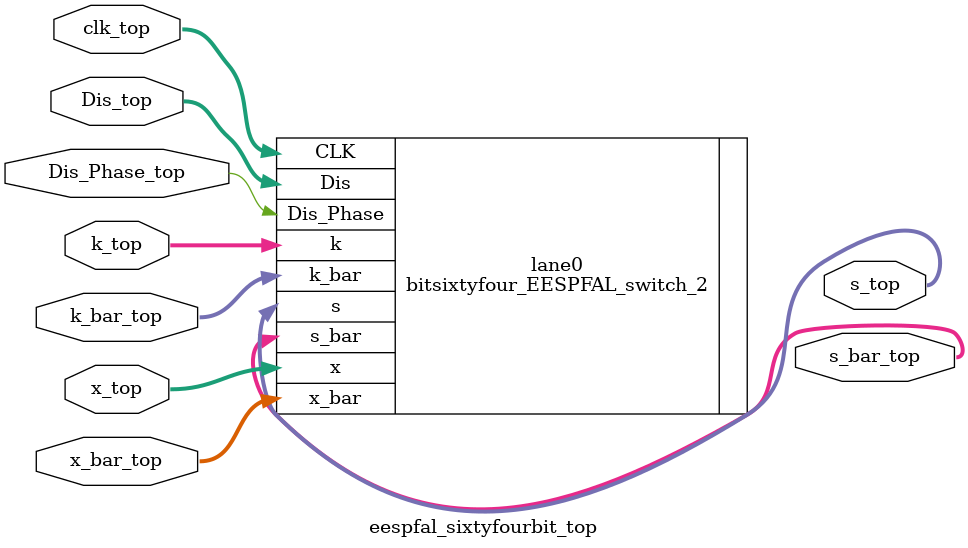
<source format=v>
module eespfal_sixtyfourbit_top(
`ifdef USE_POWER_PINS	
	inout vdda1,
	inout GND_GPIO,
`endif
	input [bits-1:0] clk_top,
	input [bits-1:0] Dis_top,
	input [BIT_SIZE-1:0] x_top,
	input [BIT_SIZE-1:0] x_bar_top,
	input [BIT_SIZE-1:0] k_top,
	input [BIT_SIZE-1:0] k_bar_top,

	output [BIT_SIZE-1:0] s_top,
	output [BIT_SIZE-1:0] s_bar_top,
	input Dis_Phase_top
	//inout vdda1,
	//inout GND_GPIO_top
);

parameter bits = 4;
parameter BIT_SIZE = 64;

bitsixtyfour_EESPFAL_switch_2 lane0 (
`ifdef USE_POWER_PINS	
	.vdda1(vdda1), 
	.GND_GPIO(GND_GPIO),
`endif
	.s(s_top[63:0]),
	.s_bar(s_bar_top[63:0]),
	.x(x_top[63:0]),
	.x_bar(x_bar_top[63:0]),
	.k(k_top[63:0]),
	.k_bar(k_bar_top[63:0]),
	.CLK(clk_top[3:0]),
	.Dis(Dis_top[3:0]),
	.Dis_Phase(Dis_Phase_top)
	//.vdda1(vdda1),
	//.GND_GPIO(GND_GPIO_top)
);	
endmodule

</source>
